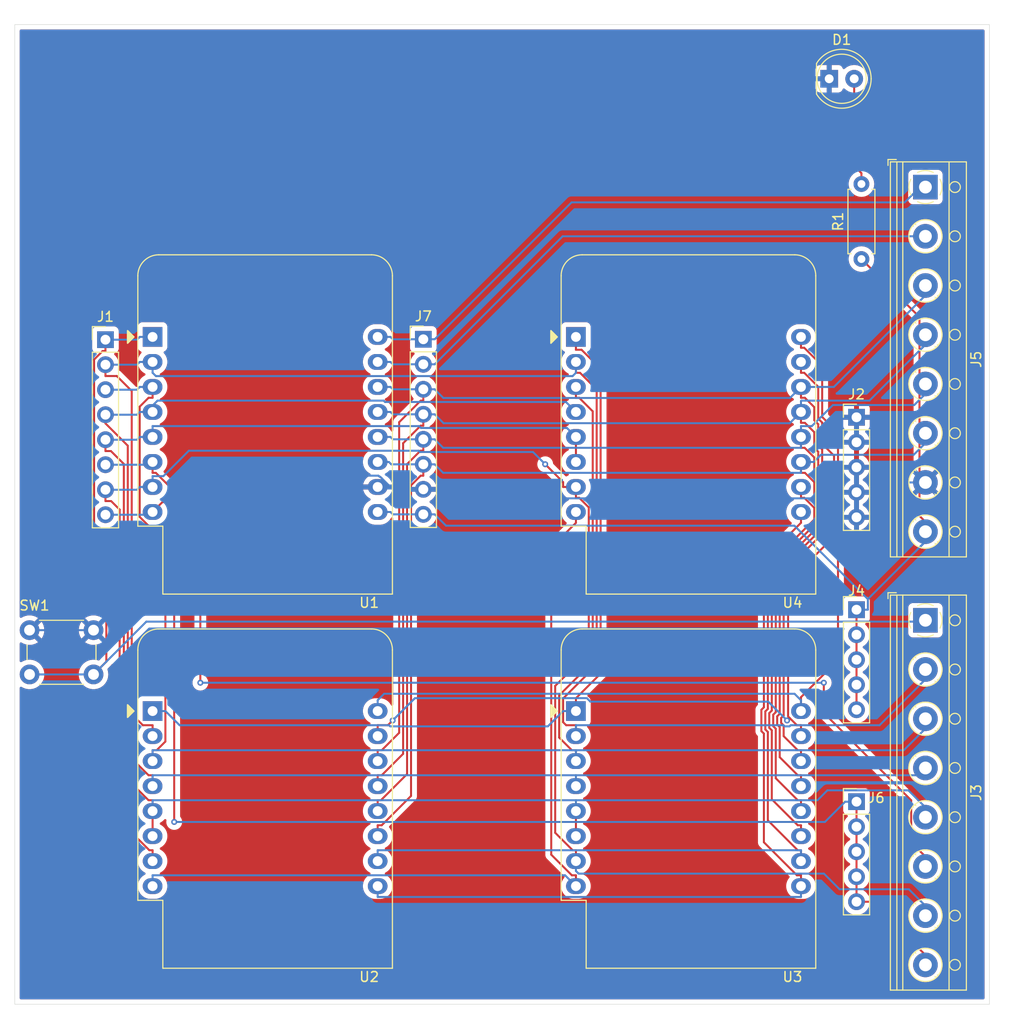
<source format=kicad_pcb>
(kicad_pcb (version 20240108) (generator "pcbnew") (generator_version "8.0")
  (layers (0 "F.Cu" signal) (31 "B.Cu" signal) (34 "B.Paste" user) (35 "F.Paste" user) (36 "B.SilkS" user "B.Silkscreen") (37 "F.SilkS" user "F.Silkscreen") (38 "B.Mask" user) (39 "F.Mask" user) (44 "Edge.Cuts" user))
  (net 0 "")
  (net 1 "GND")
  (net 2 "Net-(R1--)")
  (net 3 "Net-(J1-Pin_6)")
  (net 4 "Net-(J1-Pin_8)")
  (net 5 "Net-(J1-Pin_3)")
  (net 6 "Net-(J1-Pin_7)")
  (net 7 "Net-(J1-Pin_5)")
  (net 8 "Net-(J1-Pin_1)")
  (net 9 "Net-(J1-Pin_4)")
  (net 10 "Net-(J1-Pin_2)")
  (net 11 "Net-(J4-Pin_1)")
  (net 12 "Net-(J5-Pin_6)")
  (net 13 "Net-(J5-Pin_3)")
  (net 14 "Net-(J5-Pin_1)")
  (net 15 "Net-(J5-Pin_4)")
  (net 16 "Net-(J5-Pin_5)")
  (net 17 "Net-(J5-Pin_2)")
  (net 18 "Net-(U2-TX)")
  (net 19 "Net-(U2-~{RST})")
  (net 20 "Net-(U2-5V)")
  (net 21 "Net-(U2-3V3)")
  (net 22 "Net-(U2-GND)")
  (net 23 "Net-(U2-RX)")
  (footprint "Module:WEMOS_D1_mini_light" (layer "F.Cu") (at 50.5 69.22)
    (property "Reference" "U1")
    (property "Value" "WeMos_D1_mini")
  )
  (footprint "Module:WEMOS_D1_mini_light" (layer "F.Cu") (at 93.5 107.22)
    (property "Reference" "U3")
    (property "Value" "WeMos_D1_mini")
  )
  (footprint "TerminalBlock_RND:TerminalBlock_RND_205-00018_1x08_P5.00mm_Horizontal" (layer "F.Cu") (at 129 54 -90)
    (property "Reference" "J5")
    (property "Value" "Conn_01x08_Pin R")
  )
  (footprint "Resistor_THT:R_Axial_DIN0207_L6.3mm_D2.5mm_P7.62mm_Horizontal" (layer "F.Cu") (at 122.5 61.31 90)
    (property "Reference" "R1")
    (property "Value" "R")
  )
  (footprint "Module:WEMOS_D1_mini_light" (layer "F.Cu") (at 93.5 69.22)
    (property "Reference" "U4")
    (property "Value" "WeMos_D1_mini")
  )
  (footprint "Connector_PinHeader_2.54mm:PinHeader_1x05_P2.54mm_Vertical" (layer "F.Cu") (at 122 116.425)
    (property "Reference" "J6")
    (property "Value" "Conn_01x05_Pin3.3v")
  )
  (footprint "Module:WEMOS_D1_mini_light" (layer "F.Cu") (at 50.5 107.22)
    (property "Reference" "U2")
    (property "Value" "WeMos_D1_mini")
  )
  (footprint "Button_Switch_THT:SW_PUSH_6mm_H5mm" (layer "F.Cu") (at 38 99)
    (property "Reference" "SW1")
    (property "Value" "SW_Push")
  )
  (footprint "Connector_PinHeader_2.54mm:PinHeader_1x08_P2.54mm_Vertical" (layer "F.Cu") (at 78 69.46)
    (property "Reference" "J7")
    (property "Value" "Conn_01x08_Pin R")
  )
  (footprint "LED_THT:LED_D5.0mm" (layer "F.Cu") (at 119.225 43)
    (property "Reference" "D1")
    (property "Value" "LED")
  )
  (footprint "TerminalBlock_RND:TerminalBlock_RND_205-00018_1x08_P5.00mm_Horizontal" (layer "F.Cu") (at 129 98 -90)
    (property "Reference" "J3")
    (property "Value" "Conn_01x08_Pin L")
  )
  (footprint "Connector_PinHeader_2.54mm:PinHeader_1x08_P2.54mm_Vertical" (layer "F.Cu") (at 45.712 69.5)
    (property "Reference" "J1")
    (property "Value" "Conn_01x08_Pin L")
  )
  (footprint "Connector_PinHeader_2.54mm:PinHeader_1x05_P2.54mm_Vertical" (layer "F.Cu") (at 122 96.925)
    (property "Reference" "J4")
    (property "Value" "Conn_01x05_Pin 5v")
  )
  (footprint "Connector_PinHeader_2.54mm:PinHeader_1x05_P2.54mm_Vertical" (layer "F.Cu") (at 122 77.38)
    (property "Reference" "J2")
    (property "Value" "Conn_01x05_Pin G")
  )
  (gr_rect (start 36.5 37.5) (end 135.5 137) (stroke (width 0.05)) (fill none) (layer "Edge.Cuts"))
  (segment (start 122 79.92) (end 122 77.38) (width 0.2) (layer "F.Cu") (net 1))
  (segment (start 122 85) (end 122 82.46) (width 0.2) (layer "F.Cu") (net 1))
  (segment (start 122 76.2283) (end 122 77.38) (width 0.2) (layer "F.Cu") (net 1))
  (segment (start 122 82.46) (end 122 79.92) (width 0.2) (layer "F.Cu") (net 1))
  (segment (start 122 87.54) (end 122 85) (width 0.2) (layer "F.Cu") (net 1))
  (segment (start 119.225 43) (end 119.225 73.4533) (width 0.2) (layer "F.Cu") (net 1))
  (segment (start 119.225 73.4533) (end 122 76.2283) (width 0.2) (layer "F.Cu") (net 1))
  (segment (start 73.7934 83.5917) (end 74.6617 84.46) (width 0.2) (layer "B.Cu") (net 1))
  (segment (start 124.152 84) (end 123.152 85) (width 0.2) (layer "B.Cu") (net 1))
  (segment (start 120.234 85.6147) (end 80.0664 85.6147) (width 0.2) (layer "B.Cu") (net 1))
  (segment (start 73.5561 83.4219) (end 73.6215 83.4219) (width 0.2) (layer "B.Cu") (net 1))
  (segment (start 129 84) (end 124.152 84) (width 0.2) (layer "B.Cu") (net 1))
  (segment (start 73.7913 83.5917) (end 73.7934 83.5917) (width 0.2) (layer "B.Cu") (net 1))
  (segment (start 80.0664 85.6147) (end 79.1517 84.7) (width 0.2) (layer "B.Cu") (net 1))
  (segment (start 120.848 85) (end 120.234 85.6147) (width 0.2) (layer "B.Cu") (net 1))
  (segment (start 60.1898 83.3102) (end 73.4444 83.3102) (width 0.2) (layer "B.Cu") (net 1))
  (segment (start 44.5 99) (end 60.1898 83.3102) (width 0.2) (layer "B.Cu") (net 1))
  (segment (start 73.4444 83.3102) (end 73.5561 83.4219) (width 0.2) (layer "B.Cu") (net 1))
  (segment (start 123.152 85) (end 122 85) (width 0.2) (layer "B.Cu") (net 1))
  (segment (start 78 84.7) (end 74.9017 84.7) (width 0.2) (layer "B.Cu") (net 1))
  (segment (start 122 85) (end 120.848 85) (width 0.2) (layer "B.Cu") (net 1))
  (segment (start 74.9017 84.7) (end 74.6617 84.46) (width 0.2) (layer "B.Cu") (net 1))
  (segment (start 73.36 84.46) (end 74.6617 84.46) (width 0.2) (layer "B.Cu") (net 1))
  (segment (start 73.6215 83.4219) (end 73.7913 83.5917) (width 0.2) (layer "B.Cu") (net 1))
  (segment (start 79.1517 84.7) (end 78 84.7) (width 0.2) (layer "B.Cu") (net 1))
  (segment (start 38 99) (end 44.5 99) (width 0.2) (layer "B.Cu") (net 1))
  (segment (start 130 84) (end 129 84) (width 0.2) (layer "B.Cu") (net 1))
  (segment (start 121.765 43) (end 121.765 51.8533) (width 0.2) (layer "F.Cu") (net 2))
  (segment (start 122.5 52.5883) (end 122.5 53.69) (width 0.2) (layer "F.Cu") (net 2))
  (segment (start 121.765 51.8533) (end 122.5 52.5883) (width 0.2) (layer "F.Cu") (net 2))
  (segment (start 129 122) (end 127.554 120.554) (width 0.2) (layer "F.Cu") (net 3))
  (segment (start 129 122) (end 129 123) (width 0.2) (layer "F.Cu") (net 3))
  (segment (start 127.554 116.282) (end 118.676 107.404) (width 0.2) (layer "F.Cu") (net 3))
  (segment (start 55.3498 87.5432) (end 55.3498 104.341) (width 0.2) (layer "F.Cu") (net 3))
  (segment (start 50.8283 83.0217) (end 55.3498 87.5432) (width 0.2) (layer "F.Cu") (net 3))
  (segment (start 127.554 120.554) (end 127.554 116.282) (width 0.2) (layer "F.Cu") (net 3))
  (segment (start 130 123) (end 129 122) (width 0.2) (layer "F.Cu") (net 3))
  (segment (start 50.5 83.0217) (end 50.8283 83.0217) (width 0.2) (layer "F.Cu") (net 3))
  (segment (start 50.5 81.92) (end 50.5 83.0217) (width 0.2) (layer "F.Cu") (net 3))
  (segment (start 118.676 107.404) (end 118.676 104.341) (width 0.2) (layer "F.Cu") (net 3))
  (via (at 118.676 104.341) (size 0.6) (drill 0.3) (layers "F.Cu" "B.Cu") (net 3))
  (via (at 55.3498 104.341) (size 0.6) (drill 0.3) (layers "F.Cu" "B.Cu") (net 3))
  (segment (start 50.5 82.2) (end 50.5 81.92) (width 0.2) (layer "B.Cu") (net 3))
  (segment (start 118.676 104.341) (end 55.3498 104.341) (width 0.2) (layer "B.Cu") (net 3))
  (segment (start 46 82.2) (end 45.712 82.2) (width 0.2) (layer "B.Cu") (net 3))
  (segment (start 46 82.2) (end 50.5 82.2) (width 0.2) (layer "B.Cu") (net 3))
  (segment (start 52.6951 118.482) (end 52.6951 86.869) (width 0.2) (layer "F.Cu") (net 4))
  (segment (start 122 126.585) (end 122 124.045) (width 0.2) (layer "F.Cu") (net 4))
  (segment (start 129 132) (end 129 133) (width 0.2) (layer "F.Cu") (net 4))
  (segment (start 129 132) (end 123.585 126.585) (width 0.2) (layer "F.Cu") (net 4))
  (segment (start 51.494 86.0005) (end 50.5 86.9945) (width 0.2) (layer "F.Cu") (net 4))
  (segment (start 51.8266 86.0005) (end 51.494 86.0005) (width 0.2) (layer "F.Cu") (net 4))
  (segment (start 52.6951 86.869) (end 51.8266 86.0005) (width 0.2) (layer "F.Cu") (net 4))
  (segment (start 130 133) (end 129 132) (width 0.2) (layer "F.Cu") (net 4))
  (segment (start 122 118.965) (end 122 116.425) (width 0.2) (layer "F.Cu") (net 4))
  (segment (start 122 121.505) (end 122 118.965) (width 0.2) (layer "F.Cu") (net 4))
  (segment (start 50.5 86.9945) (end 50.5 87) (width 0.2) (layer "F.Cu") (net 4))
  (segment (start 122 124.045) (end 122 121.505) (width 0.2) (layer "F.Cu") (net 4))
  (segment (start 123.585 126.585) (end 122 126.585) (width 0.2) (layer "F.Cu") (net 4))
  (via (at 52.6951 118.482) (size 0.6) (drill 0.3) (layers "F.Cu" "B.Cu") (net 4))
  (segment (start 122 116.425) (end 120.848 116.425) (width 0.2) (layer "B.Cu") (net 4))
  (segment (start 120.848 116.425) (end 118.792 118.482) (width 0.2) (layer "B.Cu") (net 4))
  (segment (start 46 87.28) (end 45.712 87.28) (width 0.2) (layer "B.Cu") (net 4))
  (segment (start 118.792 118.482) (end 52.6951 118.482) (width 0.2) (layer "B.Cu") (net 4))
  (segment (start 50.5 87.28) (end 46 87.28) (width 0.2) (layer "B.Cu") (net 4))
  (segment (start 50.5 87) (end 50.5 87.28) (width 0.2) (layer "B.Cu") (net 4))
  (segment (start 95.2034 102.22) (end 95.2034 76.7768) (width 0.2) (layer "F.Cu") (net 5))
  (segment (start 93.8283 75.4017) (end 93.5 75.4017) (width 0.2) (layer "F.Cu") (net 5))
  (segment (start 50.9131 111.198) (end 50.5 111.198) (width 0.2) (layer "F.Cu") (net 5))
  (segment (start 50.5 74.3) (end 50.5 75.4017) (width 0.2) (layer "F.Cu") (net 5))
  (segment (start 49.1909 76.2977) (end 49.1909 87.503) (width 0.2) (layer "F.Cu") (net 5))
  (segment (start 93.5 111.198) (end 93.0869 111.198) (width 0.2) (layer "F.Cu") (net 5))
  (segment (start 49.1909 87.503) (end 51.8017 90.1138) (width 0.2) (layer "F.Cu") (net 5))
  (segment (start 93.5 75.4017) (end 93.5 74.3) (width 0.2) (layer "F.Cu") (net 5))
  (segment (start 50.5 111.198) (end 50.5 112.3) (width 0.2) (layer "F.Cu") (net 5))
  (segment (start 91.7966 109.908) (end 91.7966 105.627) (width 0.2) (layer "F.Cu") (net 5))
  (segment (start 51.8017 110.31) (end 50.9131 111.198) (width 0.2) (layer "F.Cu") (net 5))
  (segment (start 95.2034 76.7768) (end 93.8283 75.4017) (width 0.2) (layer "F.Cu") (net 5))
  (segment (start 50.5 75.4017) (end 50.0869 75.4017) (width 0.2) (layer "F.Cu") (net 5))
  (segment (start 51.8017 90.1138) (end 51.8017 110.31) (width 0.2) (layer "F.Cu") (net 5))
  (segment (start 91.7966 105.627) (end 95.2034 102.22) (width 0.2) (layer "F.Cu") (net 5))
  (segment (start 93.5 112.3) (end 93.5 111.198) (width 0.2) (layer "F.Cu") (net 5))
  (segment (start 93.0869 111.198) (end 91.7966 109.908) (width 0.2) (layer "F.Cu") (net 5))
  (segment (start 50.0869 75.4017) (end 49.1909 76.2977) (width 0.2) (layer "F.Cu") (net 5))
  (segment (start 129 109) (end 129 108) (width 0.2) (layer "B.Cu") (net 5))
  (segment (start 129 109) (end 126.802 111.198) (width 0.2) (layer "B.Cu") (net 5))
  (segment (start 93.5 111.198) (end 93.5 111.299) (width 0.2) (layer "B.Cu") (net 5))
  (segment (start 50.5 111.198) (end 50.5 112.3) (width 0.2) (layer "B.Cu") (net 5))
  (segment (start 46 74.58) (end 48.9183 74.58) (width 0.2) (layer "B.Cu") (net 5))
  (segment (start 49.1983 74.3) (end 50.5 74.3) (width 0.2) (layer "B.Cu") (net 5))
  (segment (start 130 108) (end 129 109) (width 0.2) (layer "B.Cu") (net 5))
  (segment (start 93.5 112.3) (end 93.5 111.299) (width 0.2) (layer "B.Cu") (net 5))
  (segment (start 48.9183 74.58) (end 49.1983 74.3) (width 0.2) (layer "B.Cu") (net 5))
  (segment (start 93.3992 111.198) (end 50.5 111.198) (width 0.2) (layer "B.Cu") (net 5))
  (segment (start 46 74.58) (end 45.712 74.58) (width 0.2) (layer "B.Cu") (net 5))
  (segment (start 93.5 111.299) (end 93.3992 111.198) (width 0.2) (layer "B.Cu") (net 5))
  (segment (start 126.802 111.198) (end 93.5 111.198) (width 0.2) (layer "B.Cu") (net 5))
  (segment (start 45.712 84.74) (end 45.712 85.8917) (width 0.2) (layer "F.Cu") (net 6))
  (segment (start 47.1517 118.338) (end 50.1717 121.358) (width 0.2) (layer "F.Cu") (net 6))
  (segment (start 93.1717 121.358) (end 93.5 121.358) (width 0.2) (layer "F.Cu") (net 6))
  (segment (start 94.8017 101.256) (end 91.3949 104.662) (width 0.2) (layer "F.Cu") (net 6))
  (segment (start 50.1717 121.358) (end 50.5 121.358) (width 0.2) (layer "F.Cu") (net 6))
  (segment (start 47.1517 86.7554) (end 47.1517 118.338) (width 0.2) (layer "F.Cu") (net 6))
  (segment (start 91.3949 104.662) (end 91.3949 119.582) (width 0.2) (layer "F.Cu") (net 6))
  (segment (start 92.1983 84.46) (end 92.1983 83.9694) (width 0.2) (layer "F.Cu") (net 6))
  (segment (start 93.8319 85.5617) (end 94.8017 86.5315) (width 0.2) (layer "F.Cu") (net 6))
  (segment (start 50.5 121.358) (end 50.5 122.46) (width 0.2) (layer "F.Cu") (net 6))
  (segment (start 93.5 84.46) (end 92.1983 84.46) (width 0.2) (layer "F.Cu") (net 6))
  (segment (start 94.8017 86.5315) (end 94.8017 101.256) (width 0.2) (layer "F.Cu") (net 6))
  (segment (start 93.5 85.5617) (end 93.8319 85.5617) (width 0.2) (layer "F.Cu") (net 6))
  (segment (start 93.5 84.46) (end 93.5 85.5617) (width 0.2) (layer "F.Cu") (net 6))
  (segment (start 45.712 85.8917) (end 46.288 85.8917) (width 0.2) (layer "F.Cu") (net 6))
  (segment (start 93.5 121.358) (end 93.5 122.46) (width 0.2) (layer "F.Cu") (net 6))
  (segment (start 92.1983 83.9694) (end 90.3802 82.1513) (width 0.2) (layer "F.Cu") (net 6))
  (segment (start 46.288 85.8917) (end 47.1517 86.7554) (width 0.2) (layer "F.Cu") (net 6))
  (segment (start 91.3949 119.582) (end 93.1717 121.358) (width 0.2) (layer "F.Cu") (net 6))
  (via (at 90.3802 82.1513) (size 0.6) (drill 0.3) (layers "F.Cu" "B.Cu") (net 6))
  (segment (start 54.1813 80.7787) (end 51.6017 83.3583) (width 0.2) (layer "B.Cu") (net 6))
  (segment (start 93.5 123.461) (end 93.7692 123.73) (width 0.2) (layer "B.Cu") (net 6))
  (segment (start 50.5 83.3583) (end 50.5 84.46) (width 0.2) (layer "B.Cu") (net 6))
  (segment (start 46 84.74) (end 48.9183 84.74) (width 0.2) (layer "B.Cu") (net 6))
  (segment (start 51.6017 83.3583) (end 50.5 83.3583) (width 0.2) (layer "B.Cu") (net 6))
  (segment (start 93.7692 123.73) (end 118.692 123.73) (width 0.2) (layer "B.Cu") (net 6))
  (segment (start 129 127) (end 129 128) (width 0.2) (layer "B.Cu") (net 6))
  (segment (start 127.315 125.315) (end 129 127) (width 0.2) (layer "B.Cu") (net 6))
  (segment (start 77.5299 80.7787) (end 54.1813 80.7787) (width 0.2) (layer "B.Cu") (net 6))
  (segment (start 93.5 122.46) (end 93.5 123.461) (width 0.2) (layer "B.Cu") (net 6))
  (segment (start 48.9183 84.74) (end 49.1983 84.46) (width 0.2) (layer "B.Cu") (net 6))
  (segment (start 89.1364 80.9075) (end 77.6587 80.9075) (width 0.2) (layer "B.Cu") (net 6))
  (segment (start 77.6587 80.9075) (end 77.5299 80.7787) (width 0.2) (layer "B.Cu") (net 6))
  (segment (start 49.1983 84.46) (end 50.5 84.46) (width 0.2) (layer "B.Cu") (net 6))
  (segment (start 46 84.74) (end 45.712 84.74) (width 0.2) (layer "B.Cu") (net 6))
  (segment (start 118.692 123.73) (end 120.277 125.315) (width 0.2) (layer "B.Cu") (net 6))
  (segment (start 90.3802 82.1513) (end 89.1364 80.9075) (width 0.2) (layer "B.Cu") (net 6))
  (segment (start 129 127) (end 130 128) (width 0.2) (layer "B.Cu") (net 6))
  (segment (start 120.277 125.315) (end 127.315 125.315) (width 0.2) (layer "B.Cu") (net 6))
  (segment (start 50.5 116.278) (end 50.5 117.38) (width 0.2) (layer "F.Cu") (net 7))
  (segment (start 93.5 119.92) (end 93.5 117.38) (width 0.2) (layer "F.Cu") (net 7))
  (segment (start 50.5 119.92) (end 50.5 117.38) (width 0.2) (layer "F.Cu") (net 7))
  (segment (start 50.0869 116.278) (end 50.5 116.278) (width 0.2) (layer "F.Cu") (net 7))
  (segment (start 47.574 113.765) (end 50.0869 116.278) (width 0.2) (layer "F.Cu") (net 7))
  (segment (start 46.2685 80.8117) (end 47.574 82.1172) (width 0.2) (layer "F.Cu") (net 7))
  (segment (start 45.712 80.8117) (end 46.2685 80.8117) (width 0.2) (layer "F.Cu") (net 7))
  (segment (start 47.574 82.1172) (end 47.574 113.765) (width 0.2) (layer "F.Cu") (net 7))
  (segment (start 45.712 79.66) (end 45.712 80.8117) (width 0.2) (layer "F.Cu") (net 7))
  (segment (start 93.5 81.92) (end 93.5 79.38) (width 0.2) (layer "F.Cu") (net 7))
  (segment (start 92.5883 78.4683) (end 77.7595 78.4683) (width 0.2) (layer "B.Cu") (net 7))
  (segment (start 127.273 115.273) (end 119.039 115.273) (width 0.2) (layer "B.Cu") (net 7))
  (segment (start 119.039 115.273) (end 118.034 116.278) (width 0.2) (layer "B.Cu") (net 7))
  (segment (start 129 117) (end 129 118) (width 0.2) (layer "B.Cu") (net 7))
  (segment (start 50.5 116.278) (end 93.5 116.278) (width 0.2) (layer "B.Cu") (net 7))
  (segment (start 50.5 117.38) (end 50.5 116.278) (width 0.2) (layer "B.Cu") (net 7))
  (segment (start 118.034 116.278) (end 93.5 116.278) (width 0.2) (layer "B.Cu") (net 7))
  (segment (start 93.5 79.38) (end 92.5883 78.4683) (width 0.2) (layer "B.Cu") (net 7))
  (segment (start 129 117) (end 127.273 115.273) (width 0.2) (layer "B.Cu") (net 7))
  (segment (start 48.9183 79.66) (end 49.1983 79.38) (width 0.2) (layer "B.Cu") (net 7))
  (segment (start 77.7595 78.4683) (end 77.5695 78.2783) (width 0.2) (layer "B.Cu") (net 7))
  (segment (start 46 79.66) (end 48.9183 79.66) (width 0.2) (layer "B.Cu") (net 7))
  (segment (start 50.5 78.2783) (end 50.5 79.38) (width 0.2) (layer "B.Cu") (net 7))
  (segment (start 45.712 79.66) (end 46 79.66) (width 0.2) (layer "B.Cu") (net 7))
  (segment (start 93.5 117.38) (end 93.5 116.278) (width 0.2) (layer "B.Cu") (net 7))
  (segment (start 49.1983 79.38) (end 50.5 79.38) (width 0.2) (layer "B.Cu") (net 7))
  (segment (start 130 118) (end 129 117) (width 0.2) (layer "B.Cu") (net 7))
  (segment (start 77.5695 78.2783) (end 50.5 78.2783) (width 0.2) (layer "B.Cu") (net 7))
  (segment (start 45.712 70.6517) (end 45.424 70.6517) (width 0.2) (layer "F.Cu") (net 8))
  (segment (start 44.8483 92.7971) (end 44.5603 92.5091) (width 0.2) (layer "F.Cu") (net 8))
  (segment (start 44.5603 92.5091) (end 44.5603 71.5154) (width 0.2) (layer "F.Cu") (net 8))
  (segment (start 45.8017 93.7505) (end 44.8483 92.7971) (width 0.2) (layer "F.Cu") (net 8))
  (segment (start 45.424 70.6517) (end 44.5603 71.5154) (width 0.2) (layer "F.Cu") (net 8))
  (segment (start 45.8017 102.198) (end 45.8017 93.7505) (width 0.2) (layer "F.Cu") (net 8))
  (segment (start 45.712 69.5) (end 45.712 70.6517) (width 0.2) (layer "F.Cu") (net 8))
  (segment (start 44.5 103.5) (end 45.8017 102.198) (width 0.2) (layer "F.Cu") (net 8))
  (segment (start 128.313 98.1349) (end 128.448 98) (width 0.2) (layer "B.Cu") (net 8))
  (segment (start 46 69.5) (end 48.9183 69.5) (width 0.2) (layer "B.Cu") (net 8))
  (segment (start 128.448 98) (end 129 98) (width 0.2) (layer "B.Cu") (net 8))
  (segment (start 49.8651 98.1349) (end 128.313 98.1349) (width 0.2) (layer "B.Cu") (net 8))
  (segment (start 44.5 103.5) (end 49.8651 98.1349) (width 0.2) (layer "B.Cu") (net 8))
  (segment (start 48.9183 69.5) (end 49.1983 69.22) (width 0.2) (layer "B.Cu") (net 8))
  (segment (start 46 69.5) (end 45.712 69.5) (width 0.2) (layer "B.Cu") (net 8))
  (segment (start 38 103.5) (end 44.5 103.5) (width 0.2) (layer "B.Cu") (net 8))
  (segment (start 129 98) (end 130 98) (width 0.2) (layer "B.Cu") (net 8))
  (segment (start 49.1983 69.22) (end 50.5 69.22) (width 0.2) (layer "B.Cu") (net 8))
  (segment (start 50.5 114.84) (end 50.5 113.738) (width 0.2) (layer "F.Cu") (net 9))
  (segment (start 50.0869 113.738) (end 47.9757 111.627) (width 0.2) (layer "F.Cu") (net 9))
  (segment (start 50.5 113.738) (end 50.0869 113.738) (width 0.2) (layer "F.Cu") (net 9))
  (segment (start 47.9757 80.2669) (end 45.712 78.0032) (width 0.2) (layer "F.Cu") (net 9))
  (segment (start 47.9757 111.627) (end 47.9757 80.2669) (width 0.2) (layer "F.Cu") (net 9))
  (segment (start 45.712 78.0032) (end 45.712 77.12) (width 0.2) (layer "F.Cu") (net 9))
  (segment (start 129.631 113.369) (end 129.262 113.738) (width 0.2) (layer "B.Cu") (net 9))
  (segment (start 50.5 76.84) (end 49.8492 76.84) (width 0.2) (layer "B.Cu") (net 9))
  (segment (start 73.9683 75.6902) (end 50.999 75.6902) (width 0.2) (layer "B.Cu") (net 9))
  (segment (start 129.631 113.369) (end 129.369 113.369) (width 0.2) (layer "B.Cu") (net 9))
  (segment (start 130 113) (end 129.631 113.369) (width 0.2) (layer "B.Cu") (net 9))
  (segment (start 46 77.12) (end 45.712 77.12) (width 0.2) (layer "B.Cu") (net 9))
  (segment (start 93.5 114.84) (end 93.5 113.738) (width 0.2) (layer "B.Cu") (net 9))
  (segment (start 50.5 114.84) (end 50.5 113.738) (width 0.2) (layer "B.Cu") (net 9))
  (segment (start 93.5 76.84) (end 92.4875 75.8275) (width 0.2) (layer "B.Cu") (net 9))
  (segment (start 129.369 113.369) (end 129 113) (width 0.2) (layer "B.Cu") (net 9))
  (segment (start 74.1056 75.8275) (end 73.9683 75.6902) (width 0.2) (layer "B.Cu") (net 9))
  (segment (start 50.5 113.738) (end 93.5 113.738) (width 0.2) (layer "B.Cu") (net 9))
  (segment (start 50.999 75.6902) (end 49.8492 76.84) (width 0.2) (layer "B.Cu") (net 9))
  (segment (start 48.9183 77.12) (end 49.1983 76.84) (width 0.2) (layer "B.Cu") (net 9))
  (segment (start 129.262 113.738) (end 93.5 113.738) (width 0.2) (layer "B.Cu") (net 9))
  (segment (start 49.1983 76.84) (end 49.8492 76.84) (width 0.2) (layer "B.Cu") (net 9))
  (segment (start 92.4875 75.8275) (end 74.1056 75.8275) (width 0.2) (layer "B.Cu") (net 9))
  (segment (start 46 77.12) (end 48.9183 77.12) (width 0.2) (layer "B.Cu") (net 9))
  (segment (start 50.5 108.658) (end 49.5096 108.658) (width 0.2) (layer "F.Cu") (net 10))
  (segment (start 95.6051 102.535) (end 92.1983 105.942) (width 0.2) (layer "F.Cu") (net 10))
  (segment (start 46.8637 73.1917) (end 45.712 73.1917) (width 0.2) (layer "F.Cu") (net 10))
  (segment (start 45.712 73.1917) (end 45.712 72.04) (width 0.2) (layer "F.Cu") (net 10))
  (segment (start 93.5 72.8617) (end 93.9131 72.8617) (width 0.2) (layer "F.Cu") (net 10))
  (segment (start 92.5096 108.658) (end 93.5 108.658) (width 0.2) (layer "F.Cu") (net 10))
  (segment (start 48.3774 74.7054) (end 46.8637 73.1917) (width 0.2) (layer "F.Cu") (net 10))
  (segment (start 49.5096 108.658) (end 48.3774 107.526) (width 0.2) (layer "F.Cu") (net 10))
  (segment (start 48.3774 107.526) (end 48.3774 74.7054) (width 0.2) (layer "F.Cu") (net 10))
  (segment (start 93.5 108.658) (end 93.5 109.76) (width 0.2) (layer "F.Cu") (net 10))
  (segment (start 92.1983 105.942) (end 92.1983 108.347) (width 0.2) (layer "F.Cu") (net 10))
  (segment (start 93.5 71.76) (end 93.5 72.8617) (width 0.2) (layer "F.Cu") (net 10))
  (segment (start 50.5 109.76) (end 50.5 108.658) (width 0.2) (layer "F.Cu") (net 10))
  (segment (start 92.1983 108.347) (end 92.5096 108.658) (width 0.2) (layer "F.Cu") (net 10))
  (segment (start 93.9131 72.8617) (end 95.6051 74.5537) (width 0.2) (layer "F.Cu") (net 10))
  (segment (start 95.6051 74.5537) (end 95.6051 102.535) (width 0.2) (layer "F.Cu") (net 10))
  (segment (start 93.1634 73.1983) (end 50.8366 73.1983) (width 0.2) (layer "B.Cu") (net 10))
  (segment (start 93.5 71.76) (end 93.5 72.8617) (width 0.2) (layer "B.Cu") (net 10))
  (segment (start 93.5 72.8617) (end 93.1634 73.1983) (width 0.2) (layer "B.Cu") (net 10))
  (segment (start 50.8366 73.1983) (end 50.5 72.8617) (width 0.2) (layer "B.Cu") (net 10))
  (segment (start 129 104) (end 130 103) (width 0.2) (layer "B.Cu") (net 10))
  (segment (start 115.311 108.658) (end 124.342 108.658) (width 0.2) (layer "B.Cu") (net 10))
  (segment (start 49.1983 71.76) (end 50.5 71.76) (width 0.2) (layer "B.Cu") (net 10))
  (segment (start 46 72.04) (end 48.9183 72.04) (width 0.2) (layer "B.Cu") (net 10))
  (segment (start 124.342 108.658) (end 129 104) (width 0.2) (layer "B.Cu") (net 10))
  (segment (start 50.5 72.8617) (end 50.5 71.76) (width 0.2) (layer "B.Cu") (net 10))
  (segment (start 93.5 109.76) (end 93.5 108.658) (width 0.2) (layer "B.Cu") (net 10))
  (segment (start 114.697 108.774) (end 115.195 108.774) (width 0.2) (layer "B.Cu") (net 10))
  (segment (start 115.195 108.774) (end 115.311 108.658) (width 0.2) (layer "B.Cu") (net 10))
  (segment (start 93.5 108.658) (end 114.581 108.658) (width 0.2) (layer "B.Cu") (net 10))
  (segment (start 48.9183 72.04) (end 49.1983 71.76) (width 0.2) (layer "B.Cu") (net 10))
  (segment (start 45.712 72.04) (end 46 72.04) (width 0.2) (layer "B.Cu") (net 10))
  (segment (start 129 104) (end 129 103) (width 0.2) (layer "B.Cu") (net 10))
  (segment (start 114.581 108.658) (end 114.697 108.774) (width 0.2) (layer "B.Cu") (net 10))
  (segment (start 122 99.465) (end 122 96.925) (width 0.2) (layer "F.Cu") (net 11))
  (segment (start 122 107.085) (end 122 104.545) (width 0.2) (layer "F.Cu") (net 11))
  (segment (start 128.397 67.2068) (end 128.397 87.3968) (width 0.2) (layer "F.Cu") (net 11))
  (segment (start 122 102.005) (end 122 99.465) (width 0.2) (layer "F.Cu") (net 11))
  (segment (start 122.5 61.31) (end 128.397 67.2068) (width 0.2) (layer "F.Cu") (net 11))
  (segment (start 122 104.545) (end 122 102.005) (width 0.2) (layer "F.Cu") (net 11))
  (segment (start 129 88.3969) (end 129 89) (width 0.2) (layer "F.Cu") (net 11))
  (segment (start 129.1985 88.1984) (end 130 89) (width 0.2) (layer "F.Cu") (net 11))
  (segment (start 128.397 87.3968) (end 129.1985 88.1984) (width 0.2) (layer "F.Cu") (net 11))
  (segment (start 129.1985 88.1984) (end 129 88.3969) (width 0.2) (layer "F.Cu") (net 11))
  (segment (start 127.7173 91.2828) (end 123.152 95.8483) (width 0.2) (layer "B.Cu") (net 11))
  (segment (start 123.152 95.8483) (end 123.152 96.925) (width 0.2) (layer "B.Cu") (net 11))
  (segment (start 78 87.24) (end 79.1517 87.24) (width 0.2) (layer "B.Cu") (net 11))
  (segment (start 79.1517 87.24) (end 80.3034 88.3917) (width 0.2) (layer "B.Cu") (net 11))
  (segment (start 115.695 88.3917) (end 123.152 95.8483) (width 0.2) (layer "B.Cu") (net 11))
  (segment (start 80.3034 88.3917) (end 115.695 88.3917) (width 0.2) (layer "B.Cu") (net 11))
  (segment (start 130 89) (end 127.7173 91.2828) (width 0.2) (layer "B.Cu") (net 11))
  (segment (start 127.7173 91.2828) (end 129 90.0001) (width 0.2) (layer "B.Cu") (net 11))
  (segment (start 74.6617 87) (end 74.9017 87.24) (width 0.2) (layer "B.Cu") (net 11))
  (segment (start 123.152 96.925) (end 122 96.925) (width 0.2) (layer "B.Cu") (net 11))
  (segment (start 129 90.0001) (end 129 89) (width 0.2) (layer "B.Cu") (net 11))
  (segment (start 73.36 87) (end 74.6617 87) (width 0.2) (layer "B.Cu") (net 11))
  (segment (start 74.9017 87.24) (end 78 87.24) (width 0.2) (layer "B.Cu") (net 11))
  (segment (start 78 83.3117) (end 78 82.16) (width 0.2) (layer "F.Cu") (net 12))
  (segment (start 77.7315 83.3117) (end 78 83.3117) (width 0.2) (layer "F.Cu") (net 12))
  (segment (start 118.112 87.9271) (end 113.393 92.6453) (width 0.2) (layer "F.Cu") (net 12))
  (segment (start 118.112 86.2921) (end 118.112 87.9271) (width 0.2) (layer "F.Cu") (net 12))
  (segment (start 113.393 92.6453) (end 113.393 107.17) (width 0.2) (layer "F.Cu") (net 12))
  (segment (start 116.36 83.0217) (end 116.759 83.0217) (width 0.2) (layer "F.Cu") (net 12))
  (segment (start 116.032 118.818) (end 116.36 118.818) (width 0.2) (layer "F.Cu") (net 12))
  (segment (start 113.393 107.17) (end 113.139 107.424) (width 0.2) (layer "F.Cu") (net 12))
  (segment (start 73.36 119.92) (end 73.36 118.818) (width 0.2) (layer "F.Cu") (net 12))
  (segment (start 116.759 83.0217) (end 117.71 83.9727) (width 0.2) (layer "F.Cu") (net 12))
  (segment (start 117.71 83.9727) (end 117.71 85.8903) (width 0.2) (layer "F.Cu") (net 12))
  (segment (start 113.393 116.18) (end 116.032 118.818) (width 0.2) (layer "F.Cu") (net 12))
  (segment (start 113.139 108.92) (end 113.393 109.174) (width 0.2) (layer "F.Cu") (net 12))
  (segment (start 113.393 109.174) (end 113.393 116.18) (width 0.2) (layer "F.Cu") (net 12))
  (segment (start 73.36 118.818) (end 73.7731 118.818) (width 0.2) (layer "F.Cu") (net 12))
  (segment (start 116.36 81.92) (end 116.36 83.0217) (width 0.2) (layer "F.Cu") (net 12))
  (segment (start 73.7731 118.818) (end 76.7515 115.84) (width 0.2) (layer "F.Cu") (net 12))
  (segment (start 113.139 107.424) (end 113.139 108.92) (width 0.2) (layer "F.Cu") (net 12))
  (segment (start 117.71 85.8903) (end 118.112 86.2921) (width 0.2) (layer "F.Cu") (net 12))
  (segment (start 76.7515 84.2917) (end 77.7315 83.3117) (width 0.2) (layer "F.Cu") (net 12))
  (segment (start 116.36 118.818) (end 116.36 119.92) (width 0.2) (layer "F.Cu") (net 12))
  (segment (start 76.7515 115.84) (end 76.7515 84.2917) (width 0.2) (layer "F.Cu") (net 12))
  (segment (start 79.1517 82.16) (end 80.0134 83.0217) (width 0.2) (layer "B.Cu") (net 12))
  (segment (start 116.36 83.0217) (end 116.36 81.92) (width 0.2) (layer "B.Cu") (net 12))
  (segment (start 78 82.16) (end 79.1517 82.16) (width 0.2) (layer "B.Cu") (net 12))
  (segment (start 117.662 81.92) (end 116.36 81.92) (width 0.2) (layer "B.Cu") (net 12))
  (segment (start 74.7418 82.16) (end 78 82.16) (width 0.2) (layer "B.Cu") (net 12))
  (segment (start 74.5018 81.92) (end 74.7418 82.16) (width 0.2) (layer "B.Cu") (net 12))
  (segment (start 130 79) (end 129 80) (width 0.2) (layer "B.Cu") (net 12))
  (segment (start 80.0134 83.0217) (end 116.36 83.0217) (width 0.2) (layer "B.Cu") (net 12))
  (segment (start 118.392 81.19) (end 117.662 81.92) (width 0.2) (layer "B.Cu") (net 12))
  (segment (start 129 80) (end 129 79) (width 0.2) (layer "B.Cu") (net 12))
  (segment (start 73.36 81.92) (end 74.5018 81.92) (width 0.2) (layer "B.Cu") (net 12))
  (segment (start 127.81 81.19) (end 118.392 81.19) (width 0.2) (layer "B.Cu") (net 12))
  (segment (start 129 80) (end 127.81 81.19) (width 0.2) (layer "B.Cu") (net 12))
  (segment (start 78 75.6917) (end 77.7315 75.6917) (width 0.2) (layer "F.Cu") (net 13))
  (segment (start 116.757 75.4017) (end 117.71 76.3549) (width 0.2) (layer "F.Cu") (net 13))
  (segment (start 118.513 82.437) (end 119.317 83.2405) (width 0.2) (layer "F.Cu") (net 13))
  (segment (start 116.36 75.4017) (end 116.757 75.4017) (width 0.2) (layer "F.Cu") (net 13))
  (segment (start 117.71 76.3549) (end 117.71 77.6844) (width 0.2) (layer "F.Cu") (net 13))
  (segment (start 77.7315 75.6917) (end 75.5464 77.8768) (width 0.2) (layer "F.Cu") (net 13))
  (segment (start 73.7731 111.198) (end 73.36 111.198) (width 0.2) (layer "F.Cu") (net 13))
  (segment (start 114.598 107.669) (end 114.344 107.923) (width 0.2) (layer "F.Cu") (net 13))
  (segment (start 114.598 109.763) (end 116.034 111.198) (width 0.2) (layer "F.Cu") (net 13))
  (segment (start 78 74.54) (end 78 75.6917) (width 0.2) (layer "F.Cu") (net 13))
  (segment (start 119.317 83.2405) (end 119.317 88.426) (width 0.2) (layer "F.Cu") (net 13))
  (segment (start 114.344 108.421) (end 114.598 108.675) (width 0.2) (layer "F.Cu") (net 13))
  (segment (start 118.513 80.6482) (end 118.513 82.437) (width 0.2) (layer "F.Cu") (net 13))
  (segment (start 114.598 108.675) (end 114.598 109.763) (width 0.2) (layer "F.Cu") (net 13))
  (segment (start 117.71 77.6844) (end 118.112 78.0861) (width 0.2) (layer "F.Cu") (net 13))
  (segment (start 114.598 94.0416) (end 114.598 107.669) (width 0.2) (layer "F.Cu") (net 13))
  (segment (start 116.36 111.198) (end 116.36 112.3) (width 0.2) (layer "F.Cu") (net 13))
  (segment (start 116.36 74.3) (end 116.36 75.4017) (width 0.2) (layer "F.Cu") (net 13))
  (segment (start 119.317 88.426) (end 115 92.7425) (width 0.2) (layer "F.Cu") (net 13))
  (segment (start 116.034 111.198) (end 116.36 111.198) (width 0.2) (layer "F.Cu") (net 13))
  (segment (start 118.112 78.0861) (end 118.112 80.2466) (width 0.2) (layer "F.Cu") (net 13))
  (segment (start 114.344 107.923) (end 114.344 108.421) (width 0.2) (layer "F.Cu") (net 13))
  (segment (start 115 93.64) (end 114.598 94.0416) (width 0.2) (layer "F.Cu") (net 13))
  (segment (start 75.5464 77.8768) (end 75.5464 109.425) (width 0.2) (layer "F.Cu") (net 13))
  (segment (start 118.112 80.2466) (end 118.513 80.6482) (width 0.2) (layer "F.Cu") (net 13))
  (segment (start 115 92.7425) (end 115 93.64) (width 0.2) (layer "F.Cu") (net 13))
  (segment (start 75.5464 109.425) (end 73.7731 111.198) (width 0.2) (layer "F.Cu") (net 13))
  (segment (start 73.36 111.198) (end 73.36 112.3) (width 0.2) (layer "F.Cu") (net 13))
  (segment (start 129 65) (end 119.7 74.3) (width 0.2) (layer "B.Cu") (net 13))
  (segment (start 119.7 74.3) (end 116.36 74.3) (width 0.2) (layer "B.Cu") (net 13))
  (segment (start 80.0311 75.4194) (end 115.241 75.4194) (width 0.2) (layer "B.Cu") (net 13))
  (segment (start 74.6617 74.3) (end 74.9017 74.54) (width 0.2) (layer "B.Cu") (net 13))
  (segment (start 79.1517 74.54) (end 80.0311 75.4194) (width 0.2) (layer "B.Cu") (net 13))
  (segment (start 130 64) (end 129 65) (width 0.2) (layer "B.Cu") (net 13))
  (segment (start 78 74.54) (end 79.1517 74.54) (width 0.2) (layer "B.Cu") (net 13))
  (segment (start 74.9017 74.54) (end 78 74.54) (width 0.2) (layer "B.Cu") (net 13))
  (segment (start 115.241 75.4194) (end 116.36 74.3) (width 0.2) (layer "B.Cu") (net 13))
  (segment (start 129 65) (end 129 64) (width 0.2) (layer "B.Cu") (net 13))
  (segment (start 73.36 74.3) (end 74.6617 74.3) (width 0.2) (layer "B.Cu") (net 13))
  (segment (start 74.6617 69.22) (end 73.36 69.22) (width 0.2) (layer "B.Cu") (net 14))
  (segment (start 128.448 54) (end 129 54) (width 0.2) (layer "B.Cu") (net 14))
  (segment (start 129 54) (end 130 54) (width 0.2) (layer "B.Cu") (net 14))
  (segment (start 74.9017 69.46) (end 74.6617 69.22) (width 0.2) (layer "B.Cu") (net 14))
  (segment (start 78 69.46) (end 74.9017 69.46) (width 0.2) (layer "B.Cu") (net 14))
  (segment (start 126.897 55.5517) (end 128.448 54) (width 0.2) (layer "B.Cu") (net 14))
  (segment (start 78 69.46) (end 79.1517 69.46) (width 0.2) (layer "B.Cu") (net 14))
  (segment (start 93.06 55.5517) (end 126.897 55.5517) (width 0.2) (layer "B.Cu") (net 14))
  (segment (start 79.1517 69.46) (end 93.06 55.5517) (width 0.2) (layer "B.Cu") (net 14))
  (segment (start 117.71 80.4744) (end 118.111 80.8761) (width 0.2) (layer "F.Cu") (net 15))
  (segment (start 118.915 88.2597) (end 114.598 92.5762) (width 0.2) (layer "F.Cu") (net 15))
  (segment (start 118.513 85.5577) (end 118.915 85.9595) (width 0.2) (layer "F.Cu") (net 15))
  (segment (start 116.36 77.9417) (end 116.755 77.9417) (width 0.2) (layer "F.Cu") (net 15))
  (segment (start 116.034 113.738) (end 116.36 113.738) (width 0.2) (layer "F.Cu") (net 15))
  (segment (start 118.915 85.9595) (end 118.915 88.2597) (width 0.2) (layer "F.Cu") (net 15))
  (segment (start 118.111 80.8761) (end 118.111 82.6033) (width 0.2) (layer "F.Cu") (net 15))
  (segment (start 77.7315 78.2317) (end 75.9481 80.0151) (width 0.2) (layer "F.Cu") (net 15))
  (segment (start 114.197 111.901) (end 116.034 113.738) (width 0.2) (layer "F.Cu") (net 15))
  (segment (start 118.513 83.005) (end 118.513 85.5577) (width 0.2) (layer "F.Cu") (net 15))
  (segment (start 78 77.08) (end 78 78.2317) (width 0.2) (layer "F.Cu") (net 15))
  (segment (start 114.197 93.8753) (end 114.197 107.502) (width 0.2) (layer "F.Cu") (net 15))
  (segment (start 114.197 108.842) (end 114.197 111.901) (width 0.2) (layer "F.Cu") (net 15))
  (segment (start 75.9481 111.563) (end 73.7731 113.738) (width 0.2) (layer "F.Cu") (net 15))
  (segment (start 75.9481 80.0151) (end 75.9481 111.563) (width 0.2) (layer "F.Cu") (net 15))
  (segment (start 118.111 82.6033) (end 118.513 83.005) (width 0.2) (layer "F.Cu") (net 15))
  (segment (start 116.36 113.738) (end 116.36 114.84) (width 0.2) (layer "F.Cu") (net 15))
  (segment (start 116.36 76.84) (end 116.36 77.9417) (width 0.2) (layer "F.Cu") (net 15))
  (segment (start 114.197 107.502) (end 113.943 107.757) (width 0.2) (layer "F.Cu") (net 15))
  (segment (start 117.71 78.8967) (end 117.71 80.4744) (width 0.2) (layer "F.Cu") (net 15))
  (segment (start 113.943 107.757) (end 113.943 108.588) (width 0.2) (layer "F.Cu") (net 15))
  (segment (start 78 78.2317) (end 77.7315 78.2317) (width 0.2) (layer "F.Cu") (net 15))
  (segment (start 114.598 93.4737) (end 114.197 93.8753) (width 0.2) (layer "F.Cu") (net 15))
  (segment (start 113.943 108.588) (end 114.197 108.842) (width 0.2) (layer "F.Cu") (net 15))
  (segment (start 116.755 77.9417) (end 117.71 78.8967) (width 0.2) (layer "F.Cu") (net 15))
  (segment (start 73.7731 113.738) (end 73.36 113.738) (width 0.2) (layer "F.Cu") (net 15))
  (segment (start 114.598 92.5762) (end 114.598 93.4737) (width 0.2) (layer "F.Cu") (net 15))
  (segment (start 73.36 113.738) (end 73.36 114.84) (width 0.2) (layer "F.Cu") (net 15))
  (segment (start 123.311 75.6894) (end 116.409 75.6894) (width 0.2) (layer "B.Cu") (net 15))
  (segment (start 74.9017 77.08) (end 78 77.08) (width 0.2) (layer "B.Cu") (net 15))
  (segment (start 74.6617 76.84) (end 74.9017 77.08) (width 0.2) (layer "B.Cu") (net 15))
  (segment (start 116.36 75.7383) (end 116.36 76.84) (width 0.2) (layer "B.Cu") (net 15))
  (segment (start 130 69) (end 128.3278 70.6723) (width 0.2) (layer "B.Cu") (net 15))
  (segment (start 79.1517 77.08) (end 80.0529 77.9812) (width 0.2) (layer "B.Cu") (net 15))
  (segment (start 73.36 76.84) (end 74.6617 76.84) (width 0.2) (layer "B.Cu") (net 15))
  (segment (start 115.219 77.9812) (end 116.36 76.84) (width 0.2) (layer "B.Cu") (net 15))
  (segment (start 129 70.0001) (end 129 69) (width 0.2) (layer "B.Cu") (net 15))
  (segment (start 80.0529 77.9812) (end 115.219 77.9812) (width 0.2) (layer "B.Cu") (net 15))
  (segment (start 128.3278 70.6723) (end 123.311 75.6894) (width 0.2) (layer "B.Cu") (net 15))
  (segment (start 116.409 75.6895) (end 116.36 75.7383) (width 0.2) (layer "B.Cu") (net 15))
  (segment (start 128.3278 70.6723) (end 129 70.0001) (width 0.2) (layer "B.Cu") (net 15))
  (segment (start 116.409 75.6894) (end 116.409 75.6895) (width 0.2) (layer "B.Cu") (net 15))
  (segment (start 78 77.08) (end 79.1517 77.08) (width 0.2) (layer "B.Cu") (net 15))
  (segment (start 118.513 86.1258) (end 118.513 88.0934) (width 0.2) (layer "F.Cu") (net 16))
  (segment (start 118.111 85.724) (end 118.513 86.1258) (width 0.2) (layer "F.Cu") (net 16))
  (segment (start 116.36 116.278) (end 116.36 117.38) (width 0.2) (layer "F.Cu") (net 16))
  (segment (start 113.795 107.336) (end 113.541 107.59) (width 0.2) (layer "F.Cu") (net 16))
  (segment (start 117.71 82.7697) (end 118.111 83.1714) (width 0.2) (layer "F.Cu") (net 16))
  (segment (start 78 79.62) (end 78 80.7717) (width 0.2) (layer "F.Cu") (net 16))
  (segment (start 73.6883 116.278) (end 73.36 116.278) (width 0.2) (layer "F.Cu") (net 16))
  (segment (start 113.541 107.59) (end 113.541 108.754) (width 0.2) (layer "F.Cu") (net 16))
  (segment (start 113.795 114.04) (end 116.034 116.278) (width 0.2) (layer "F.Cu") (net 16))
  (segment (start 113.795 109.008) (end 113.795 114.04) (width 0.2) (layer "F.Cu") (net 16))
  (segment (start 116.735 80.4817) (end 117.71 81.4561) (width 0.2) (layer "F.Cu") (net 16))
  (segment (start 117.71 81.4561) (end 117.71 82.7697) (width 0.2) (layer "F.Cu") (net 16))
  (segment (start 76.3498 82.1339) (end 76.3498 113.617) (width 0.2) (layer "F.Cu") (net 16))
  (segment (start 114.197 93.3074) (end 113.795 93.709) (width 0.2) (layer "F.Cu") (net 16))
  (segment (start 77.712 80.7717) (end 76.3498 82.1339) (width 0.2) (layer "F.Cu") (net 16))
  (segment (start 116.36 80.4817) (end 116.735 80.4817) (width 0.2) (layer "F.Cu") (net 16))
  (segment (start 73.36 116.278) (end 73.36 117.38) (width 0.2) (layer "F.Cu") (net 16))
  (segment (start 76.3498 113.617) (end 73.6883 116.278) (width 0.2) (layer "F.Cu") (net 16))
  (segment (start 114.197 92.4099) (end 114.197 93.3074) (width 0.2) (layer "F.Cu") (net 16))
  (segment (start 118.513 88.0934) (end 114.197 92.4099) (width 0.2) (layer "F.Cu") (net 16))
  (segment (start 113.541 108.754) (end 113.795 109.008) (width 0.2) (layer "F.Cu") (net 16))
  (segment (start 116.034 116.278) (end 116.36 116.278) (width 0.2) (layer "F.Cu") (net 16))
  (segment (start 113.795 93.709) (end 113.795 107.336) (width 0.2) (layer "F.Cu") (net 16))
  (segment (start 78 80.7717) (end 77.712 80.7717) (width 0.2) (layer "F.Cu") (net 16))
  (segment (start 116.36 79.38) (end 116.36 80.4817) (width 0.2) (layer "F.Cu") (net 16))
  (segment (start 118.111 83.1714) (end 118.111 85.724) (width 0.2) (layer "F.Cu") (net 16))
  (segment (start 73.36 79.38) (end 74.6617 79.38) (width 0.2) (layer "B.Cu") (net 16))
  (segment (start 79.1517 79.62) (end 80.0134 80.4817) (width 0.2) (layer "B.Cu") (net 16))
  (segment (start 119.602 76.1385) (end 117.462 78.2783) (width 0.2) (layer "B.Cu") (net 16))
  (segment (start 74.6617 79.38) (end 74.9017 79.62) (width 0.2) (layer "B.Cu") (net 16))
  (segment (start 80.0134 80.4817) (end 116.36 80.4817) (width 0.2) (layer "B.Cu") (net 16))
  (segment (start 116.36 80.4817) (end 116.36 79.38) (width 0.2) (layer "B.Cu") (net 16))
  (segment (start 117.462 78.2783) (end 116.36 78.2783) (width 0.2) (layer "B.Cu") (net 16))
  (segment (start 130 74) (end 127.862 76.1385) (width 0.2) (layer "B.Cu") (net 16))
  (segment (start 74.9017 79.62) (end 78 79.62) (width 0.2) (layer "B.Cu") (net 16))
  (segment (start 127.862 76.1385) (end 119.602 76.1385) (width 0.2) (layer "B.Cu") (net 16))
  (segment (start 78 79.62) (end 79.1517 79.62) (width 0.2) (layer "B.Cu") (net 16))
  (segment (start 116.36 78.2783) (end 116.36 79.38) (width 0.2) (layer "B.Cu") (net 16))
  (segment (start 73.36 71.76) (end 74.6617 71.76) (width 0.2) (layer "B.Cu") (net 17))
  (segment (start 74.9017 72) (end 78 72) (width 0.2) (layer "B.Cu") (net 17))
  (segment (start 78 72) (end 79.1517 72) (width 0.2) (layer "B.Cu") (net 17))
  (segment (start 79.1517 72) (end 92.1517 59) (width 0.2) (layer "B.Cu") (net 17))
  (segment (start 74.6617 71.76) (end 74.9017 72) (width 0.2) (layer "B.Cu") (net 17))
  (segment (start 129 59) (end 130 59) (width 0.2) (layer "B.Cu") (net 17))
  (segment (start 92.1517 59) (end 129 59) (width 0.2) (layer "B.Cu") (net 17))
  (segment (start 116.36 105.807) (end 120.12 102.047) (width 0.2) (layer "F.Cu") (net 18))
  (segment (start 120.12 102.047) (end 120.12 78.9585) (width 0.2) (layer "F.Cu") (net 18))
  (segment (start 118.513 72.1466) (end 116.688 70.3217) (width 0.2) (layer "F.Cu") (net 18))
  (segment (start 116.36 107.22) (end 116.36 105.807) (width 0.2) (layer "F.Cu") (net 18))
  (segment (start 116.688 70.3217) (end 116.36 70.3217) (width 0.2) (layer "F.Cu") (net 18))
  (segment (start 120.12 78.9585) (end 118.513 77.3517) (width 0.2) (layer "F.Cu") (net 18))
  (segment (start 118.513 77.3517) (end 118.513 72.1466) (width 0.2) (layer "F.Cu") (net 18))
  (segment (start 116.36 70.3217) (end 116.36 69.22) (width 0.2) (layer "F.Cu") (net 18))
  (segment (start 74.0187 105.46) (end 73.36 106.118) (width 0.2) (layer "B.Cu") (net 18))
  (segment (start 73.36 106.118) (end 73.36 107.22) (width 0.2) (layer "B.Cu") (net 18))
  (segment (start 115.701 105.46) (end 74.0187 105.46) (width 0.2) (layer "B.Cu") (net 18))
  (segment (start 116.36 106.118) (end 115.701 105.46) (width 0.2) (layer "B.Cu") (net 18))
  (segment (start 116.36 107.22) (end 116.36 106.118) (width 0.2) (layer "B.Cu") (net 18))
  (segment (start 96.0068 72.4589) (end 94.0696 70.5217) (width 0.2) (layer "F.Cu") (net 19))
  (segment (start 94.0696 70.5217) (end 93.5 70.5217) (width 0.2) (layer "F.Cu") (net 19))
  (segment (start 93.5 70.5217) (end 93.5 69.22) (width 0.2) (layer "F.Cu") (net 19))
  (segment (start 93.5 105.918) (end 96.0068 103.412) (width 0.2) (layer "F.Cu") (net 19))
  (segment (start 93.5 107.22) (end 93.5 105.918) (width 0.2) (layer "F.Cu") (net 19))
  (segment (start 96.0068 103.412) (end 96.0068 72.4589) (width 0.2) (layer "F.Cu") (net 19))
  (segment (start 74.5196 108.658) (end 74.6351 108.774) (width 0.2) (layer "B.Cu") (net 19))
  (segment (start 53.24 108.658) (end 74.5196 108.658) (width 0.2) (layer "B.Cu") (net 19))
  (segment (start 90.6445 108.774) (end 92.1983 107.22) (width 0.2) (layer "B.Cu") (net 19))
  (segment (start 74.6351 108.774) (end 90.6445 108.774) (width 0.2) (layer "B.Cu") (net 19))
  (segment (start 92.1983 107.22) (end 93.5 107.22) (width 0.2) (layer "B.Cu") (net 19))
  (segment (start 50.5 107.22) (end 51.8017 107.22) (width 0.2) (layer "B.Cu") (net 19))
  (segment (start 51.8017 107.22) (end 53.24 108.658) (width 0.2) (layer "B.Cu") (net 19))
  (segment (start 112.336 109.253) (end 112.59 109.507) (width 0.2) (layer "F.Cu") (net 20))
  (segment (start 116.36 88.1017) (end 112.59 91.8718) (width 0.2) (layer "F.Cu") (net 20))
  (segment (start 112.59 120.541) (end 115.947 123.898) (width 0.2) (layer "F.Cu") (net 20))
  (segment (start 115.947 123.898) (end 116.36 123.898) (width 0.2) (layer "F.Cu") (net 20))
  (segment (start 116.36 123.898) (end 116.36 125) (width 0.2) (layer "F.Cu") (net 20))
  (segment (start 112.336 107.092) (end 112.336 109.253) (width 0.2) (layer "F.Cu") (net 20))
  (segment (start 112.59 109.507) (end 112.59 120.541) (width 0.2) (layer "F.Cu") (net 20))
  (segment (start 112.59 106.837) (end 112.336 107.092) (width 0.2) (layer "F.Cu") (net 20))
  (segment (start 112.59 91.8718) (end 112.59 106.837) (width 0.2) (layer "F.Cu") (net 20))
  (segment (start 116.36 87) (end 116.36 88.1017) (width 0.2) (layer "F.Cu") (net 20))
  (segment (start 73.36 125) (end 73.36 126.102) (width 0.2) (layer "B.Cu") (net 20))
  (segment (start 116.36 126.102) (end 116.36 125) (width 0.2) (layer "B.Cu") (net 20))
  (segment (start 73.36 126.102) (end 116.36 126.102) (width 0.2) (layer "B.Cu") (net 20))
  (segment (start 90.9932 121.805) (end 93.0869 123.898) (width 0.2) (layer "F.Cu") (net 21))
  (segment (start 93.5 123.898) (end 93.5 125) (width 0.2) (layer "F.Cu") (net 21))
  (segment (start 93.5 87) (end 93.5 88.1017) (width 0.2) (layer "F.Cu") (net 21))
  (segment (start 93.5 88.1017) (end 90.9932 90.6085) (width 0.2) (layer "F.Cu") (net 21))
  (segment (start 90.9932 90.6085) (end 90.9932 121.805) (width 0.2) (layer "F.Cu") (net 21))
  (segment (start 93.0869 123.898) (end 93.5 123.898) (width 0.2) (layer "F.Cu") (net 21))
  (segment (start 50.5 123.898) (end 92.3983 123.898) (width 0.2) (layer "B.Cu") (net 21))
  (segment (start 50.5 125) (end 50.5 123.898) (width 0.2) (layer "B.Cu") (net 21))
  (segment (start 92.3983 123.898) (end 93.5 125) (width 0.2) (layer "B.Cu") (net 21))
  (segment (start 116.36 85.5617) (end 116.694 85.5617) (width 0.2) (layer "F.Cu") (net 22))
  (segment (start 116.694 85.5617) (end 117.71 86.5776) (width 0.2) (layer "F.Cu") (net 22))
  (segment (start 112.738 109.086) (end 112.992 109.34) (width 0.2) (layer "F.Cu") (net 22))
  (segment (start 112.992 118.318) (end 116.032 121.358) (width 0.2) (layer "F.Cu") (net 22))
  (segment (start 116.36 84.46) (end 116.36 85.5617) (width 0.2) (layer "F.Cu") (net 22))
  (segment (start 112.992 107.004) (end 112.738 107.258) (width 0.2) (layer "F.Cu") (net 22))
  (segment (start 112.738 107.258) (end 112.738 109.086) (width 0.2) (layer "F.Cu") (net 22))
  (segment (start 117.71 86.5776) (end 117.71 87.7607) (width 0.2) (layer "F.Cu") (net 22))
  (segment (start 117.71 87.7607) (end 112.992 92.4789) (width 0.2) (layer "F.Cu") (net 22))
  (segment (start 112.992 92.4789) (end 112.992 107.004) (width 0.2) (layer "F.Cu") (net 22))
  (segment (start 116.032 121.358) (end 116.36 121.358) (width 0.2) (layer "F.Cu") (net 22))
  (segment (start 116.36 121.358) (end 116.36 122.46) (width 0.2) (layer "F.Cu") (net 22))
  (segment (start 112.992 109.34) (end 112.992 118.318) (width 0.2) (layer "F.Cu") (net 22))
  (segment (start 116.36 121.358) (end 73.36 121.358) (width 0.2) (layer "B.Cu") (net 22))
  (segment (start 116.36 122.46) (end 116.36 121.358) (width 0.2) (layer "B.Cu") (net 22))
  (segment (start 73.36 121.358) (end 73.36 122.46) (width 0.2) (layer "B.Cu") (net 22))
  (segment (start 116.36 72.8617) (end 116.36 71.76) (width 0.2) (layer "F.Cu") (net 23))
  (segment (start 115.947 108.658) (end 115.203 107.915) (width 0.2) (layer "F.Cu") (net 23))
  (segment (start 118.112 77.518) (end 118.112 74.2849) (width 0.2) (layer "F.Cu") (net 23))
  (segment (start 118.513 80.0803) (end 118.513 77.9197) (width 0.2) (layer "F.Cu") (net 23))
  (segment (start 73.36 108.658) (end 74.3974 108.658) (width 0.2) (layer "F.Cu") (net 23))
  (segment (start 116.36 108.658) (end 115.947 108.658) (width 0.2) (layer "F.Cu") (net 23))
  (segment (start 119.718 81.2854) (end 118.513 80.0803) (width 0.2) (layer "F.Cu") (net 23))
  (segment (start 119.718 89.4898) (end 119.718 81.2854) (width 0.2) (layer "F.Cu") (net 23))
  (segment (start 114.946 108.172) (end 115.203 107.915) (width 0.2) (layer "F.Cu") (net 23))
  (segment (start 118.513 77.9197) (end 118.112 77.518) (width 0.2) (layer "F.Cu") (net 23))
  (segment (start 116.688 72.8617) (end 116.36 72.8617) (width 0.2) (layer "F.Cu") (net 23))
  (segment (start 115.203 107.915) (end 115.05 107.761) (width 0.2) (layer "F.Cu") (net 23))
  (segment (start 116.36 109.76) (end 116.36 108.658) (width 0.2) (layer "F.Cu") (net 23))
  (segment (start 115.05 107.761) (end 115.05 94.1586) (width 0.2) (layer "F.Cu") (net 23))
  (segment (start 115.05 94.1586) (end 119.718 89.4898) (width 0.2) (layer "F.Cu") (net 23))
  (segment (start 73.36 109.76) (end 73.36 108.658) (width 0.2) (layer "F.Cu") (net 23))
  (segment (start 74.3974 108.658) (end 74.8839 108.172) (width 0.2) (layer "F.Cu") (net 23))
  (segment (start 118.112 74.2849) (end 116.688 72.8617) (width 0.2) (layer "F.Cu") (net 23))
  (via (at 74.8839 108.172) (size 0.6) (drill 0.3) (layers "F.Cu" "B.Cu") (net 23))
  (via (at 114.946 108.172) (size 0.6) (drill 0.3) (layers "F.Cu" "B.Cu") (net 23))
  (segment (start 94.9681 106.262) (end 94.9681 106.261) (width 0.2) (layer "B.Cu") (net 23))
  (segment (start 114.946 108.172) (end 113.035 106.262) (width 0.2) (layer "B.Cu") (net 23))
  (segment (start 94.9681 106.261) (end 94.618 105.911) (width 0.2) (layer "B.Cu") (net 23))
  (segment (start 77.1444 105.911) (end 74.8839 108.172) (width 0.2) (layer "B.Cu") (net 23))
  (segment (start 113.035 106.262) (end 94.9681 106.262) (width 0.2) (layer "B.Cu") (net 23))
  (segment (start 94.618 105.911) (end 77.1444 105.911) (width 0.2) (layer "B.Cu") (net 23))
  (zone (net 1) (net_name "GND") (layers "F&B.Cu") (connect_pads (clearance 0.5)) (min_thickness 0.25) (fill yes (thermal_gap 0.5) (thermal_bridge_width 0.5))
    (polygon (pts (xy 35 139) (xy 138 139) (xy 138 35.5) (xy 35 35)))
  )
)
</source>
